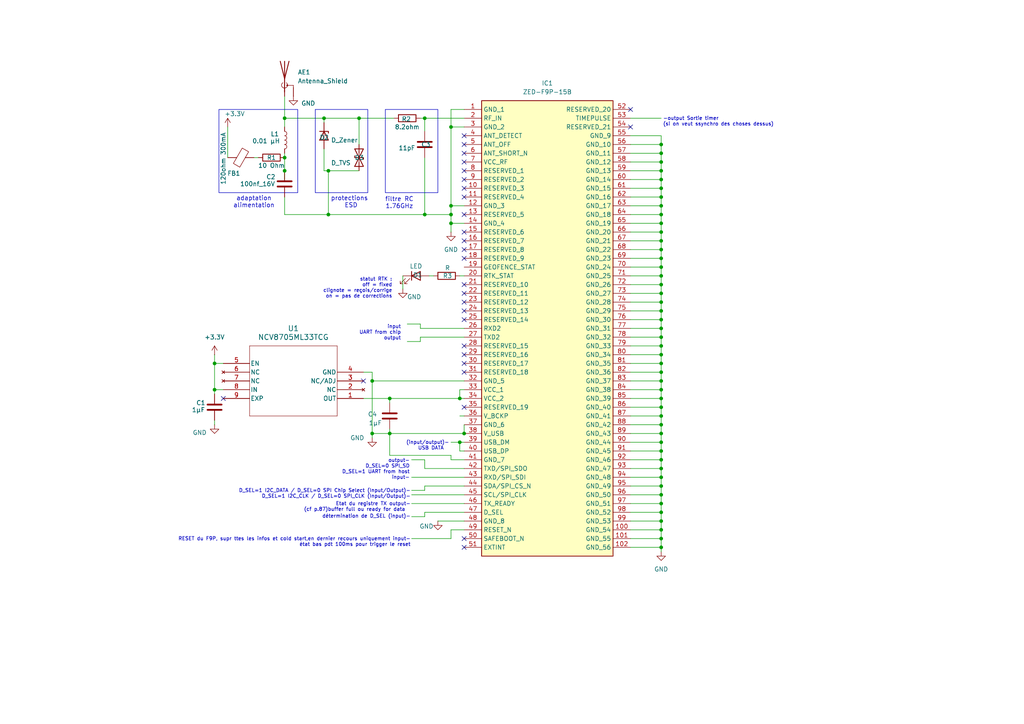
<source format=kicad_sch>
(kicad_sch (version 20231120) (generator "eeschema") (generator_version "8.0")
  (paper "A4")
  (lib_symbols
    (symbol "Device:Antenna_Shield" (pin_numbers hide) (pin_names (offset 1.016) hide)
      (property "Reference" "AE" (at -1.905 4.445 0))
      (property "Value" "Antenna_Shield" (at -1.905 2.54 0))
      (symbol "Antenna_Shield_0_1"
        (arc (start -0.508 -1.143) (mid -0.8429 -2.1194) (end 0 -2.667))
        (arc (start 0 -2.667) (mid 0.7989 -2.1052) (end 0.508 -1.143))
        (polyline (pts (xy 0 -2.54) (xy 0 0)))
        (polyline (pts (xy 0 5.08) (xy 0 -3.81)) (stroke (width 0.254)))
        (polyline (pts (xy 0.762 -1.905) (xy 2.54 -1.905)))
        (polyline (pts (xy 2.54 -2.54) (xy 2.54 -1.905)))
        (polyline (pts (xy 1.27 5.08) (xy 0 0) (xy -1.27 5.08)) (stroke (width 0.254)))
        (circle (center 0.762 -1.905) (radius 0.1778) (fill (type outline)))
      )
      (symbol "Antenna_Shield_1_1"
        (pin input line (at 0 -5.08 90) (length 2.54) (name "A") (number "1"))
        (pin input line (at 2.54 -5.08 90) (length 2.54) (name "Shield") (number "2"))
      )
    )
    (symbol "Device:C" (pin_numbers hide) (pin_names (offset 0.254))
      (property "Reference" "C" (at 0.635 2.54 0))
      (property "Value" "C" (at 0.635 -2.54 0))
      (symbol "C_0_1"
        (polyline (pts (xy -2.032 -0.762) (xy 2.032 -0.762)) (stroke (width 0.508)))
        (polyline (pts (xy -2.032 0.762) (xy 2.032 0.762)) (stroke (width 0.508)))
      )
      (symbol "C_1_1"
        (pin passive line (at 0 3.81 270) (length 2.794) (name "~") (number "1"))
        (pin passive line (at 0 -3.81 90) (length 2.794) (name "~") (number "2"))
      )
    )
    (symbol "Device:D_TVS" (pin_numbers hide) (pin_names (offset 1.016) hide)
      (property "Reference" "D" (at 0 2.54 0))
      (property "Value" "D_TVS" (at 0 -2.54 0))
      (symbol "D_TVS_0_1"
        (polyline (pts (xy 1.27 0) (xy -1.27 0)))
        (polyline (pts (xy 0.508 1.27) (xy 0 1.27) (xy 0 -1.27) (xy -0.508 -1.27)) (stroke (width 0.254)))
        (polyline (pts (xy -2.54 1.27) (xy -2.54 -1.27) (xy 2.54 1.27) (xy 2.54 -1.27) (xy -2.54 1.27)) (stroke (width 0.254)))
      )
      (symbol "D_TVS_1_1"
        (pin passive line (at -3.81 0 0) (length 2.54) (name "A1") (number "1"))
        (pin passive line (at 3.81 0 180) (length 2.54) (name "A2") (number "2"))
      )
    )
    (symbol "Device:D_Zener" (pin_numbers hide) (pin_names (offset 1.016) hide)
      (property "Reference" "D" (at 0 2.54 0))
      (property "Value" "D_Zener" (at 0 -2.54 0))
      (symbol "D_Zener_0_1"
        (polyline (pts (xy 1.27 0) (xy -1.27 0)))
        (polyline (pts (xy -1.27 -1.27) (xy -1.27 1.27) (xy -0.762 1.27)) (stroke (width 0.254)))
        (polyline (pts (xy 1.27 -1.27) (xy 1.27 1.27) (xy -1.27 0) (xy 1.27 -1.27)) (stroke (width 0.254)))
      )
      (symbol "D_Zener_1_1"
        (pin passive line (at -3.81 0 0) (length 2.54) (name "K") (number "1"))
        (pin passive line (at 3.81 0 180) (length 2.54) (name "A") (number "2"))
      )
    )
    (symbol "Device:FerriteBead" (pin_numbers hide) (pin_names (offset 0))
      (property "Reference" "FB" (at -3.81 0.635 90))
      (property "Value" "FerriteBead" (at 3.81 0 90))
      (symbol "FerriteBead_0_1"
        (polyline (pts (xy 0 -1.27) (xy 0 -1.2192)))
        (polyline (pts (xy 0 1.27) (xy 0 1.2954)))
        (polyline (pts (xy -2.7686 0.4064) (xy -1.7018 2.2606) (xy 2.7686 -0.3048) (xy 1.6764 -2.159) (xy -2.7686 0.4064)))
      )
      (symbol "FerriteBead_1_1"
        (pin passive line (at 0 3.81 270) (length 2.54) (name "~") (number "1"))
        (pin passive line (at 0 -3.81 90) (length 2.54) (name "~") (number "2"))
      )
    )
    (symbol "Device:L" (pin_numbers hide) (pin_names (offset 1.016) hide)
      (property "Reference" "L" (at -1.27 0 90))
      (property "Value" "L" (at 1.905 0 90))
      (symbol "L_0_1"
        (arc (start 0 -2.54) (mid 0.6323 -1.905) (end 0 -1.27))
        (arc (start 0 -1.27) (mid 0.6323 -0.635) (end 0 0))
        (arc (start 0 0) (mid 0.6323 0.635) (end 0 1.27))
        (arc (start 0 1.27) (mid 0.6323 1.905) (end 0 2.54))
      )
      (symbol "L_1_1"
        (pin passive line (at 0 3.81 270) (length 1.27) (name "1") (number "1"))
        (pin passive line (at 0 -3.81 90) (length 1.27) (name "2") (number "2"))
      )
    )
    (symbol "Device:LED" (pin_numbers hide) (pin_names (offset 1.016) hide)
      (property "Reference" "D" (at 0 2.54 0))
      (property "Value" "LED" (at 0 -2.54 0))
      (symbol "LED_0_1"
        (polyline (pts (xy -1.27 -1.27) (xy -1.27 1.27)) (stroke (width 0.254)))
        (polyline (pts (xy -1.27 0) (xy 1.27 0)))
        (polyline (pts (xy 1.27 -1.27) (xy 1.27 1.27) (xy -1.27 0) (xy 1.27 -1.27)) (stroke (width 0.254)))
        (polyline (pts (xy -3.048 -0.762) (xy -4.572 -2.286) (xy -3.81 -2.286) (xy -4.572 -2.286) (xy -4.572 -1.524)))
        (polyline (pts (xy -1.778 -0.762) (xy -3.302 -2.286) (xy -2.54 -2.286) (xy -3.302 -2.286) (xy -3.302 -1.524)))
      )
      (symbol "LED_1_1"
        (pin passive line (at -3.81 0 0) (length 2.54) (name "K") (number "1"))
        (pin passive line (at 3.81 0 180) (length 2.54) (name "A") (number "2"))
      )
    )
    (symbol "Device:R" (pin_numbers hide) (pin_names (offset 0))
      (property "Reference" "R" (at 2.032 0 90))
      (property "Value" "R" (at 0 0 90))
      (symbol "R_0_1"
        (rectangle (start -1.016 -2.54) (end 1.016 2.54) (stroke (width 0.254)))
      )
      (symbol "R_1_1"
        (pin passive line (at 0 3.81 270) (length 1.27) (name "~") (number "1"))
        (pin passive line (at 0 -3.81 90) (length 1.27) (name "~") (number "2"))
      )
    )
    (symbol "Voltage regulator:NCV8705ML33TCG" (pin_names (offset 0.254))
      (property "Reference" "U" (at 20.32 10.16 0))
      (property "Value" "NCV8705ML33TCG" (at 20.32 7.62 0))
      (symbol "NCV8705ML33TCG_0_1"
        (polyline (pts (xy 7.62 -15.24) (xy 33.02 -15.24)) (stroke (width 0.127)))
        (polyline (pts (xy 7.62 5.08) (xy 7.62 -15.24)) (stroke (width 0.127)))
        (polyline (pts (xy 33.02 -15.24) (xy 33.02 5.08)) (stroke (width 0.127)))
        (polyline (pts (xy 33.02 5.08) (xy 7.62 5.08)) (stroke (width 0.127)))
        (pin output line (at 0 0 0) (length 7.62) (name "OUT") (number "1"))
        (pin no_connect line (at 0 -2.54 0) (length 7.62) (name "NC") (number "2"))
        (pin unspecified line (at 0 -5.08 0) (length 7.62) (name "NC/ADJ") (number "3"))
        (pin power_out line (at 0 -7.62 0) (length 7.62) (name "GND") (number "4"))
        (pin unspecified line (at 40.64 -10.16 180) (length 7.62) (name "EN") (number "5"))
        (pin no_connect line (at 40.64 -7.62 180) (length 7.62) (name "NC") (number "6"))
        (pin no_connect line (at 40.64 -5.08 180) (length 7.62) (name "NC") (number "7"))
        (pin input line (at 40.64 -2.54 180) (length 7.62) (name "IN") (number "8"))
        (pin power_out line (at 40.64 0 180) (length 7.62) (name "EXP") (number "9"))
      )
    )
    (symbol "ZED-F9P-15B:ZED-F9P-15B"
      (property "Reference" "IC" (at 44.45 7.62 0))
      (property "Value" "ZED-F9P-15B" (at 44.45 5.08 0))
      (symbol "ZED-F9P-15B_1_1"
        (rectangle (start 5.08 2.54) (end 43.18 -129.54) (stroke (width 0.254)) (fill (type background)))
        (pin passive line (at 0 0 0) (length 5.08) (name "GND_1") (number "1"))
        (pin passive line (at 0 -22.86 0) (length 5.08) (name "RESERVED_3") (number "10"))
        (pin passive line (at 48.26 -121.92 180) (length 5.08) (name "GND_54") (number "100"))
        (pin passive line (at 48.26 -124.46 180) (length 5.08) (name "GND_55") (number "101"))
        (pin passive line (at 48.26 -127 180) (length 5.08) (name "GND_56") (number "102"))
        (pin passive line (at 0 -25.4 0) (length 5.08) (name "RESERVED_4") (number "11"))
        (pin passive line (at 0 -27.94 0) (length 5.08) (name "GND_3") (number "12"))
        (pin passive line (at 0 -30.48 0) (length 5.08) (name "RESERVED_5") (number "13"))
        (pin passive line (at 0 -33.02 0) (length 5.08) (name "GND_4") (number "14"))
        (pin passive line (at 0 -35.56 0) (length 5.08) (name "RESERVED_6") (number "15"))
        (pin passive line (at 0 -38.1 0) (length 5.08) (name "RESERVED_7") (number "16"))
        (pin passive line (at 0 -40.64 0) (length 5.08) (name "RESERVED_8") (number "17"))
        (pin passive line (at 0 -43.18 0) (length 5.08) (name "RESERVED_9") (number "18"))
        (pin passive line (at 0 -45.72 0) (length 5.08) (name "GEOFENCE_STAT") (number "19"))
        (pin passive line (at 0 -2.54 0) (length 5.08) (name "RF_IN") (number "2"))
        (pin passive line (at 0 -48.26 0) (length 5.08) (name "RTK_STAT") (number "20"))
        (pin passive line (at 0 -50.8 0) (length 5.08) (name "RESERVED_10") (number "21"))
        (pin passive line (at 0 -53.34 0) (length 5.08) (name "RESERVED_11") (number "22"))
        (pin passive line (at 0 -55.88 0) (length 5.08) (name "RESERVED_12") (number "23"))
        (pin passive line (at 0 -58.42 0) (length 5.08) (name "RESERVED_13") (number "24"))
        (pin passive line (at 0 -60.96 0) (length 5.08) (name "RESERVED_14") (number "25"))
        (pin passive line (at 0 -63.5 0) (length 5.08) (name "RXD2") (number "26"))
        (pin passive line (at 0 -66.04 0) (length 5.08) (name "TXD2") (number "27"))
        (pin passive line (at 0 -68.58 0) (length 5.08) (name "RESERVED_15") (number "28"))
        (pin passive line (at 0 -71.12 0) (length 5.08) (name "RESERVED_16") (number "29"))
        (pin passive line (at 0 -5.08 0) (length 5.08) (name "GND_2") (number "3"))
        (pin passive line (at 0 -73.66 0) (length 5.08) (name "RESERVED_17") (number "30"))
        (pin passive line (at 0 -76.2 0) (length 5.08) (name "RESERVED_18") (number "31"))
        (pin passive line (at 0 -78.74 0) (length 5.08) (name "GND_5") (number "32"))
        (pin passive line (at 0 -81.28 0) (length 5.08) (name "VCC_1") (number "33"))
        (pin passive line (at 0 -83.82 0) (length 5.08) (name "VCC_2") (number "34"))
        (pin passive line (at 0 -86.36 0) (length 5.08) (name "RESERVED_19") (number "35"))
        (pin passive line (at 0 -88.9 0) (length 5.08) (name "V_BCKP") (number "36"))
        (pin passive line (at 0 -91.44 0) (length 5.08) (name "GND_6") (number "37"))
        (pin passive line (at 0 -93.98 0) (length 5.08) (name "V_USB") (number "38"))
        (pin passive line (at 0 -96.52 0) (length 5.08) (name "USB_DM") (number "39"))
        (pin passive line (at 0 -7.62 0) (length 5.08) (name "ANT_DETECT") (number "4"))
        (pin passive line (at 0 -99.06 0) (length 5.08) (name "USB_DP") (number "40"))
        (pin passive line (at 0 -101.6 0) (length 5.08) (name "GND_7") (number "41"))
        (pin passive line (at 0 -104.14 0) (length 5.08) (name "TXD/SPI_SDO") (number "42"))
        (pin passive line (at 0 -106.68 0) (length 5.08) (name "RXD/SPI_SDI") (number "43"))
        (pin passive line (at 0 -109.22 0) (length 5.08) (name "SDA/SPI_CS_N") (number "44"))
        (pin passive line (at 0 -111.76 0) (length 5.08) (name "SCL/SPI_CLK") (number "45"))
        (pin passive line (at 0 -114.3 0) (length 5.08) (name "TX_READY") (number "46"))
        (pin passive line (at 0 -116.84 0) (length 5.08) (name "D_SEL") (number "47"))
        (pin passive line (at 0 -119.38 0) (length 5.08) (name "GND_8") (number "48"))
        (pin passive line (at 0 -121.92 0) (length 5.08) (name "RESET_N") (number "49"))
        (pin passive line (at 0 -10.16 0) (length 5.08) (name "ANT_OFF") (number "5"))
        (pin passive line (at 0 -124.46 0) (length 5.08) (name "SAFEBOOT_N") (number "50"))
        (pin passive line (at 0 -127 0) (length 5.08) (name "EXTINT") (number "51"))
        (pin passive line (at 48.26 0 180) (length 5.08) (name "RESERVED_20") (number "52"))
        (pin passive line (at 48.26 -2.54 180) (length 5.08) (name "TIMEPULSE") (number "53"))
        (pin passive line (at 48.26 -5.08 180) (length 5.08) (name "RESERVED_21") (number "54"))
        (pin passive line (at 48.26 -7.62 180) (length 5.08) (name "GND_9") (number "55"))
        (pin passive line (at 48.26 -10.16 180) (length 5.08) (name "GND_10") (number "56"))
        (pin passive line (at 48.26 -12.7 180) (length 5.08) (name "GND_11") (number "57"))
        (pin passive line (at 48.26 -15.24 180) (length 5.08) (name "GND_12") (number "58"))
        (pin passive line (at 48.26 -17.78 180) (length 5.08) (name "GND_13") (number "59"))
        (pin passive line (at 0 -12.7 0) (length 5.08) (name "ANT_SHORT_N") (number "6"))
        (pin passive line (at 48.26 -20.32 180) (length 5.08) (name "GND_14") (number "60"))
        (pin passive line (at 48.26 -22.86 180) (length 5.08) (name "GND_15") (number "61"))
        (pin passive line (at 48.26 -25.4 180) (length 5.08) (name "GND_16") (number "62"))
        (pin passive line (at 48.26 -27.94 180) (length 5.08) (name "GND_17") (number "63"))
        (pin passive line (at 48.26 -30.48 180) (length 5.08) (name "GND_18") (number "64"))
        (pin passive line (at 48.26 -33.02 180) (length 5.08) (name "GND_19") (number "65"))
        (pin passive line (at 48.26 -35.56 180) (length 5.08) (name "GND_20") (number "66"))
        (pin passive line (at 48.26 -38.1 180) (length 5.08) (name "GND_21") (number "67"))
        (pin passive line (at 48.26 -40.64 180) (length 5.08) (name "GND_22") (number "68"))
        (pin passive line (at 48.26 -43.18 180) (length 5.08) (name "GND_23") (number "69"))
        (pin passive line (at 0 -15.24 0) (length 5.08) (name "VCC_RF") (number "7"))
        (pin passive line (at 48.26 -45.72 180) (length 5.08) (name "GND_24") (number "70"))
        (pin passive line (at 48.26 -48.26 180) (length 5.08) (name "GND_25") (number "71"))
        (pin passive line (at 48.26 -50.8 180) (length 5.08) (name "GND_26") (number "72"))
        (pin passive line (at 48.26 -53.34 180) (length 5.08) (name "GND_27") (number "73"))
        (pin passive line (at 48.26 -55.88 180) (length 5.08) (name "GND_28") (number "74"))
        (pin passive line (at 48.26 -58.42 180) (length 5.08) (name "GND_29") (number "75"))
        (pin passive line (at 48.26 -60.96 180) (length 5.08) (name "GND_30") (number "76"))
        (pin passive line (at 48.26 -63.5 180) (length 5.08) (name "GND_31") (number "77"))
        (pin passive line (at 48.26 -66.04 180) (length 5.08) (name "GND_32") (number "78"))
        (pin passive line (at 48.26 -68.58 180) (length 5.08) (name "GND_33") (number "79"))
        (pin passive line (at 0 -17.78 0) (length 5.08) (name "RESERVED_1") (number "8"))
        (pin passive line (at 48.26 -71.12 180) (length 5.08) (name "GND_34") (number "80"))
        (pin passive line (at 48.26 -73.66 180) (length 5.08) (name "GND_35") (number "81"))
        (pin passive line (at 48.26 -76.2 180) (length 5.08) (name "GND_36") (number "82"))
        (pin passive line (at 48.26 -78.74 180) (length 5.08) (name "GND_37") (number "83"))
        (pin passive line (at 48.26 -81.28 180) (length 5.08) (name "GND_38") (number "84"))
        (pin passive line (at 48.26 -83.82 180) (length 5.08) (name "GND_39") (number "85"))
        (pin passive line (at 48.26 -86.36 180) (length 5.08) (name "GND_40") (number "86"))
        (pin passive line (at 48.26 -88.9 180) (length 5.08) (name "GND_41") (number "87"))
        (pin passive line (at 48.26 -91.44 180) (length 5.08) (name "GND_42") (number "88"))
        (pin passive line (at 48.26 -93.98 180) (length 5.08) (name "GND_43") (number "89"))
        (pin passive line (at 0 -20.32 0) (length 5.08) (name "RESERVED_2") (number "9"))
        (pin passive line (at 48.26 -96.52 180) (length 5.08) (name "GND_44") (number "90"))
        (pin passive line (at 48.26 -99.06 180) (length 5.08) (name "GND_45") (number "91"))
        (pin passive line (at 48.26 -101.6 180) (length 5.08) (name "GND_46") (number "92"))
        (pin passive line (at 48.26 -104.14 180) (length 5.08) (name "GND_47") (number "93"))
        (pin passive line (at 48.26 -106.68 180) (length 5.08) (name "GND_48") (number "94"))
        (pin passive line (at 48.26 -109.22 180) (length 5.08) (name "GND_49") (number "95"))
        (pin passive line (at 48.26 -111.76 180) (length 5.08) (name "GND_50") (number "96"))
        (pin passive line (at 48.26 -114.3 180) (length 5.08) (name "GND_51") (number "97"))
        (pin passive line (at 48.26 -116.84 180) (length 5.08) (name "GND_52") (number "98"))
        (pin passive line (at 48.26 -119.38 180) (length 5.08) (name "GND_53") (number "99"))
      )
    )
    (symbol "power:+3.3V" (power) (pin_numbers hide) (pin_names (offset 0) hide)
      (property "Value" "+3.3V" (at 0 3.556 0))
      (symbol "+3.3V_0_1"
        (polyline (pts (xy -0.762 1.27) (xy 0 2.54)))
        (polyline (pts (xy 0 0) (xy 0 2.54)))
        (polyline (pts (xy 0 2.54) (xy 0.762 1.27)))
      )
      (symbol "+3.3V_1_1"
        (pin power_in line (at 0 0 90) (length 0) (name "~") (number "1"))
      )
    )
    (symbol "power:+5V" (power) (pin_numbers hide) (pin_names (offset 0) hide)
      (property "Value" "+5V" (at 0 3.556 0))
      (symbol "+5V_0_1"
        (polyline (pts (xy -0.762 1.27) (xy 0 2.54)))
        (polyline (pts (xy 0 0) (xy 0 2.54)))
        (polyline (pts (xy 0 2.54) (xy 0.762 1.27)))
      )
      (symbol "+5V_1_1"
        (pin power_in line (at 0 0 90) (length 0) (name "~") (number "1"))
      )
    )
    (symbol "power:GND" (power) (pin_numbers hide) (pin_names (offset 0) hide)
      (property "Value" "GND" (at 0 -3.81 0))
      (symbol "GND_0_1"
        (polyline (pts (xy 0 0) (xy 0 -1.27) (xy 1.27 -1.27) (xy 0 -2.54) (xy -1.27 -1.27) (xy 0 -1.27)))
      )
      (symbol "GND_1_1"
        (pin power_in line (at 0 0 270) (length 0) (name "~") (number "1"))
      )
    )
  )
  (junction (at 191.77 120.65))
  (junction (at 95.25 62.23))
  (junction (at 134.62 125.73))
  (junction (at 191.77 125.73))
  (junction (at 191.77 72.39))
  (junction (at 82.55 49.53))
  (junction (at 191.77 133.35))
  (junction (at 191.77 138.43))
  (junction (at 191.77 107.95))
  (junction (at 191.77 49.53))
  (junction (at 191.77 46.99))
  (junction (at 191.77 77.47))
  (junction (at 191.77 100.33))
  (junction (at 191.77 64.77))
  (junction (at 191.77 41.91))
  (junction (at 191.77 130.81))
  (junction (at 191.77 135.89))
  (junction (at 191.77 151.13))
  (junction (at 191.77 146.05))
  (junction (at 191.77 102.87))
  (junction (at 191.77 62.23))
  (junction (at 191.77 113.03))
  (junction (at 191.77 105.41))
  (junction (at 191.77 82.55))
  (junction (at 191.77 69.85))
  (junction (at 82.55 45.72))
  (junction (at 113.03 115.57))
  (junction (at 133.35 128.27))
  (junction (at 107.95 110.49))
  (junction (at 191.77 52.07))
  (junction (at 191.77 87.63))
  (junction (at 130.81 62.23))
  (junction (at 130.81 59.69))
  (junction (at 62.23 105.41))
  (junction (at 191.77 143.51))
  (junction (at 130.81 64.77))
  (junction (at 133.35 115.57))
  (junction (at 191.77 44.45))
  (junction (at 191.77 158.75))
  (junction (at 123.19 34.29))
  (junction (at 93.98 34.29))
  (junction (at 191.77 74.93))
  (junction (at 191.77 85.09))
  (junction (at 107.95 125.73))
  (junction (at 191.77 140.97))
  (junction (at 191.77 57.15))
  (junction (at 191.77 115.57))
  (junction (at 191.77 97.79))
  (junction (at 82.55 34.29))
  (junction (at 130.81 36.83))
  (junction (at 191.77 67.31))
  (junction (at 191.77 54.61))
  (junction (at 123.19 62.23))
  (junction (at 191.77 80.01))
  (junction (at 95.25 49.53))
  (junction (at 191.77 128.27))
  (junction (at 191.77 92.71))
  (junction (at 191.77 59.69))
  (junction (at 191.77 90.17))
  (junction (at 191.77 110.49))
  (junction (at 191.77 148.59))
  (junction (at 104.14 34.29))
  (junction (at 62.23 113.03))
  (junction (at 191.77 118.11))
  (junction (at 113.03 125.73))
  (junction (at 191.77 153.67))
  (junction (at 191.77 95.25))
  (junction (at 191.77 156.21))
  (junction (at 191.77 123.19))
  (no_connect (at 134.62 41.91))
  (no_connect (at 105.41 110.49))
  (no_connect (at 134.62 74.93))
  (no_connect (at 134.62 49.53))
  (no_connect (at 182.88 36.83))
  (no_connect (at 134.62 46.99))
  (no_connect (at 134.62 105.41))
  (no_connect (at 134.62 82.55))
  (no_connect (at 134.62 90.17))
  (no_connect (at 134.62 107.95))
  (no_connect (at 134.62 156.21))
  (no_connect (at 134.62 87.63))
  (no_connect (at 134.62 54.61))
  (no_connect (at 182.88 31.75))
  (no_connect (at 134.62 158.75))
  (no_connect (at 134.62 72.39))
  (no_connect (at 134.62 44.45))
  (no_connect (at 134.62 39.37))
  (no_connect (at 134.62 92.71))
  (no_connect (at 134.62 118.11))
  (no_connect (at 134.62 102.87))
  (no_connect (at 134.62 69.85))
  (no_connect (at 134.62 100.33))
  (no_connect (at 134.62 67.31))
  (no_connect (at 134.62 62.23))
  (no_connect (at 64.77 115.57))
  (no_connect (at 134.62 85.09))
  (no_connect (at 134.62 52.07))
  (no_connect (at 134.62 57.15))
  (wire (pts (xy 191.77 158.75) (xy 182.88 158.75)))
  (wire (pts (xy 82.55 62.23) (xy 82.55 57.15)))
  (wire (pts (xy 130.81 133.35) (xy 130.81 132.08)))
  (wire (pts (xy 191.77 102.87) (xy 182.88 102.87)))
  (wire (pts (xy 134.62 123.19) (xy 134.62 125.73)))
  (wire (pts (xy 191.77 115.57) (xy 182.88 115.57)))
  (wire (pts (xy 191.77 110.49) (xy 191.77 113.03)))
  (wire (pts (xy 191.77 123.19) (xy 191.77 125.73)))
  (wire (pts (xy 116.84 83.82) (xy 116.84 80.01)))
  (wire (pts (xy 191.77 143.51) (xy 182.88 143.51)))
  (wire (pts (xy 130.81 59.69) (xy 130.81 62.23)))
  (wire (pts (xy 191.77 90.17) (xy 191.77 92.71)))
  (wire (pts (xy 191.77 118.11) (xy 191.77 120.65)))
  (wire (pts (xy 191.77 69.85) (xy 191.77 72.39)))
  (wire (pts (xy 191.77 49.53) (xy 191.77 52.07)))
  (wire (pts (xy 191.77 57.15) (xy 191.77 59.69)))
  (wire (pts (xy 191.77 146.05) (xy 191.77 148.59)))
  (wire (pts (xy 191.77 100.33) (xy 182.88 100.33)))
  (wire (pts (xy 191.77 148.59) (xy 191.77 151.13)))
  (wire (pts (xy 191.77 128.27) (xy 182.88 128.27)))
  (wire (pts (xy 191.77 158.75) (xy 191.77 160.02)))
  (wire (pts (xy 191.77 146.05) (xy 182.88 146.05)))
  (wire (pts (xy 191.77 153.67) (xy 191.77 156.21)))
  (wire (pts (xy 191.77 110.49) (xy 182.88 110.49)))
  (wire (pts (xy 123.19 62.23) (xy 130.81 62.23)))
  (wire (pts (xy 191.77 97.79) (xy 191.77 100.33)))
  (wire (pts (xy 133.35 120.65) (xy 134.62 120.65)))
  (wire (pts (xy 191.77 148.59) (xy 182.88 148.59)))
  (wire (pts (xy 62.23 102.87) (xy 62.23 105.41)))
  (wire (pts (xy 191.77 107.95) (xy 182.88 107.95)))
  (wire (pts (xy 191.77 74.93) (xy 191.77 77.47)))
  (wire (pts (xy 133.35 115.57) (xy 133.35 113.03)))
  (wire (pts (xy 62.23 105.41) (xy 64.77 105.41)))
  (wire (pts (xy 191.77 128.27) (xy 191.77 130.81)))
  (wire (pts (xy 191.77 102.87) (xy 191.77 105.41)))
  (wire (pts (xy 107.95 110.49) (xy 107.95 125.73)))
  (wire (pts (xy 73.66 45.72) (xy 74.93 45.72)))
  (wire (pts (xy 191.77 67.31) (xy 182.88 67.31)))
  (wire (pts (xy 82.55 34.29) (xy 82.55 36.83)))
  (wire (pts (xy 127 151.13) (xy 134.62 151.13)))
  (wire (pts (xy 134.62 64.77) (xy 130.81 64.77)))
  (wire (pts (xy 133.35 128.27) (xy 133.35 130.81)))
  (wire (pts (xy 93.98 35.56) (xy 93.98 34.29)))
  (wire (pts (xy 123.19 148.59) (xy 123.19 149.86)))
  (wire (pts (xy 82.55 49.53) (xy 82.55 52.07)))
  (wire (pts (xy 113.03 115.57) (xy 113.03 116.84)))
  (wire (pts (xy 191.77 120.65) (xy 191.77 123.19)))
  (wire (pts (xy 107.95 127) (xy 107.95 125.73)))
  (wire (pts (xy 134.62 95.25) (xy 121.92 95.25)))
  (wire (pts (xy 191.77 87.63) (xy 191.77 90.17)))
  (wire (pts (xy 191.77 113.03) (xy 191.77 115.57)))
  (wire (pts (xy 191.77 62.23) (xy 191.77 64.77)))
  (wire (pts (xy 191.77 59.69) (xy 191.77 62.23)))
  (wire (pts (xy 191.77 39.37) (xy 182.88 39.37)))
  (wire (pts (xy 130.81 128.27) (xy 133.35 128.27)))
  (wire (pts (xy 130.81 59.69) (xy 134.62 59.69)))
  (wire (pts (xy 133.35 128.27) (xy 134.62 128.27)))
  (wire (pts (xy 191.77 135.89) (xy 191.77 138.43)))
  (wire (pts (xy 191.77 95.25) (xy 182.88 95.25)))
  (wire (pts (xy 130.81 132.08) (xy 113.03 132.08)))
  (wire (pts (xy 95.25 49.53) (xy 104.14 49.53)))
  (wire (pts (xy 119.38 138.43) (xy 134.62 138.43)))
  (wire (pts (xy 95.25 62.23) (xy 95.25 49.53)))
  (wire (pts (xy 82.55 45.72) (xy 82.55 49.53)))
  (wire (pts (xy 119.38 133.35) (xy 123.19 133.35)))
  (wire (pts (xy 191.77 52.07) (xy 182.88 52.07)))
  (wire (pts (xy 191.77 115.57) (xy 191.77 118.11)))
  (wire (pts (xy 191.77 72.39) (xy 182.88 72.39)))
  (wire (pts (xy 123.19 45.72) (xy 123.19 62.23)))
  (wire (pts (xy 191.77 80.01) (xy 191.77 82.55)))
  (wire (pts (xy 124.46 80.01) (xy 125.73 80.01)))
  (wire (pts (xy 134.62 97.79) (xy 121.92 97.79)))
  (wire (pts (xy 191.77 80.01) (xy 182.88 80.01)))
  (wire (pts (xy 107.95 107.95) (xy 107.95 110.49)))
  (wire (pts (xy 191.77 54.61) (xy 191.77 57.15)))
  (wire (pts (xy 191.77 69.85) (xy 182.88 69.85)))
  (wire (pts (xy 130.81 153.67) (xy 134.62 153.67)))
  (wire (pts (xy 191.77 85.09) (xy 191.77 87.63)))
  (wire (pts (xy 82.55 45.72) (xy 82.55 44.45)))
  (wire (pts (xy 107.95 110.49) (xy 134.62 110.49)))
  (wire (pts (xy 130.81 64.77) (xy 130.81 67.31)))
  (wire (pts (xy 191.77 105.41) (xy 182.88 105.41)))
  (wire (pts (xy 130.81 36.83) (xy 130.81 59.69)))
  (wire (pts (xy 121.92 95.25) (xy 121.92 93.98)))
  (wire (pts (xy 82.55 27.94) (xy 82.55 34.29)))
  (wire (pts (xy 121.92 34.29) (xy 123.19 34.29)))
  (wire (pts (xy 133.35 115.57) (xy 134.62 115.57)))
  (wire (pts (xy 191.77 49.53) (xy 182.88 49.53)))
  (wire (pts (xy 191.77 125.73) (xy 182.88 125.73)))
  (wire (pts (xy 191.77 52.07) (xy 191.77 54.61)))
  (wire (pts (xy 118.11 93.98) (xy 121.92 93.98)))
  (wire (pts (xy 191.77 105.41) (xy 191.77 107.95)))
  (wire (pts (xy 191.77 135.89) (xy 182.88 135.89)))
  (wire (pts (xy 191.77 118.11) (xy 182.88 118.11)))
  (wire (pts (xy 130.81 31.75) (xy 134.62 31.75)))
  (wire (pts (xy 191.77 77.47) (xy 191.77 80.01)))
  (wire (pts (xy 191.77 97.79) (xy 182.88 97.79)))
  (wire (pts (xy 123.19 140.97) (xy 123.19 142.24)))
  (wire (pts (xy 191.77 123.19) (xy 182.88 123.19)))
  (wire (pts (xy 130.81 31.75) (xy 130.81 36.83)))
  (wire (pts (xy 123.19 34.29) (xy 134.62 34.29)))
  (wire (pts (xy 191.77 90.17) (xy 182.88 90.17)))
  (wire (pts (xy 134.62 140.97) (xy 123.19 140.97)))
  (wire (pts (xy 191.77 130.81) (xy 191.77 133.35)))
  (wire (pts (xy 93.98 34.29) (xy 104.14 34.29)))
  (wire (pts (xy 105.41 115.57) (xy 113.03 115.57)))
  (wire (pts (xy 191.77 151.13) (xy 191.77 153.67)))
  (wire (pts (xy 191.77 72.39) (xy 191.77 74.93)))
  (wire (pts (xy 191.77 107.95) (xy 191.77 110.49)))
  (wire (pts (xy 191.77 156.21) (xy 191.77 158.75)))
  (wire (pts (xy 82.55 62.23) (xy 95.25 62.23)))
  (wire (pts (xy 191.77 54.61) (xy 182.88 54.61)))
  (wire (pts (xy 104.14 34.29) (xy 114.3 34.29)))
  (wire (pts (xy 134.62 135.89) (xy 123.19 135.89)))
  (wire (pts (xy 123.19 62.23) (xy 95.25 62.23)))
  (wire (pts (xy 119.38 142.24) (xy 123.19 142.24)))
  (wire (pts (xy 191.77 62.23) (xy 182.88 62.23)))
  (wire (pts (xy 62.23 113.03) (xy 62.23 114.3)))
  (wire (pts (xy 134.62 36.83) (xy 130.81 36.83)))
  (wire (pts (xy 130.81 153.67) (xy 130.81 156.21)))
  (wire (pts (xy 113.03 125.73) (xy 134.62 125.73)))
  (wire (pts (xy 191.77 87.63) (xy 182.88 87.63)))
  (wire (pts (xy 107.95 125.73) (xy 113.03 125.73)))
  (wire (pts (xy 191.77 41.91) (xy 182.88 41.91)))
  (wire (pts (xy 191.77 125.73) (xy 191.77 128.27)))
  (wire (pts (xy 133.35 113.03) (xy 134.62 113.03)))
  (wire (pts (xy 191.77 138.43) (xy 182.88 138.43)))
  (wire (pts (xy 191.77 39.37) (xy 191.77 41.91)))
  (wire (pts (xy 119.38 146.05) (xy 134.62 146.05)))
  (wire (pts (xy 82.55 34.29) (xy 93.98 34.29)))
  (wire (pts (xy 191.77 133.35) (xy 191.77 135.89)))
  (wire (pts (xy 191.77 44.45) (xy 191.77 46.99)))
  (wire (pts (xy 118.11 99.06) (xy 121.92 99.06)))
  (wire (pts (xy 104.14 34.29) (xy 104.14 41.91)))
  (wire (pts (xy 133.35 80.01) (xy 134.62 80.01)))
  (wire (pts (xy 191.77 59.69) (xy 182.88 59.69)))
  (wire (pts (xy 191.77 85.09) (xy 182.88 85.09)))
  (wire (pts (xy 191.77 156.21) (xy 182.88 156.21)))
  (wire (pts (xy 191.77 143.51) (xy 191.77 146.05)))
  (wire (pts (xy 93.98 49.53) (xy 95.25 49.53)))
  (wire (pts (xy 191.77 57.15) (xy 182.88 57.15)))
  (wire (pts (xy 191.77 82.55) (xy 191.77 85.09)))
  (wire (pts (xy 191.77 120.65) (xy 182.88 120.65)))
  (wire (pts (xy 191.77 74.93) (xy 182.88 74.93)))
  (wire (pts (xy 191.77 95.25) (xy 191.77 97.79)))
  (wire (pts (xy 113.03 115.57) (xy 133.35 115.57)))
  (wire (pts (xy 191.77 41.91) (xy 191.77 44.45)))
  (wire (pts (xy 93.98 49.53) (xy 93.98 43.18)))
  (wire (pts (xy 134.62 133.35) (xy 130.81 133.35)))
  (wire (pts (xy 119.38 143.51) (xy 134.62 143.51)))
  (wire (pts (xy 113.03 124.46) (xy 113.03 125.73)))
  (wire (pts (xy 191.77 151.13) (xy 182.88 151.13)))
  (wire (pts (xy 123.19 135.89) (xy 123.19 133.35)))
  (wire (pts (xy 123.19 148.59) (xy 134.62 148.59)))
  (wire (pts (xy 191.77 130.81) (xy 182.88 130.81)))
  (wire (pts (xy 191.77 64.77) (xy 191.77 67.31)))
  (wire (pts (xy 123.19 34.29) (xy 123.19 38.1)))
  (wire (pts (xy 191.77 140.97) (xy 191.77 143.51)))
  (wire (pts (xy 62.23 113.03) (xy 62.23 105.41)))
  (wire (pts (xy 113.03 132.08) (xy 113.03 125.73)))
  (wire (pts (xy 191.77 46.99) (xy 182.88 46.99)))
  (wire (pts (xy 191.77 92.71) (xy 182.88 92.71)))
  (wire (pts (xy 191.77 138.43) (xy 191.77 140.97)))
  (wire (pts (xy 191.77 44.45) (xy 182.88 44.45)))
  (wire (pts (xy 191.77 82.55) (xy 182.88 82.55)))
  (wire (pts (xy 105.41 107.95) (xy 107.95 107.95)))
  (wire (pts (xy 119.38 149.86) (xy 123.19 149.86)))
  (wire (pts (xy 191.77 133.35) (xy 182.88 133.35)))
  (wire (pts (xy 191.77 113.03) (xy 182.88 113.03)))
  (wire (pts (xy 191.77 64.77) (xy 182.88 64.77)))
  (wire (pts (xy 119.38 156.21) (xy 130.81 156.21)))
  (wire (pts (xy 191.77 46.99) (xy 191.77 49.53)))
  (wire (pts (xy 191.77 67.31) (xy 191.77 69.85)))
  (wire (pts (xy 130.81 62.23) (xy 130.81 64.77)))
  (wire (pts (xy 191.77 77.47) (xy 182.88 77.47)))
  (wire (pts (xy 66.04 36.83) (xy 66.04 45.72)))
  (wire (pts (xy 182.88 34.29) (xy 191.77 34.29)))
  (wire (pts (xy 121.92 97.79) (xy 121.92 99.06)))
  (wire (pts (xy 191.77 153.67) (xy 182.88 153.67)))
  (wire (pts (xy 191.77 140.97) (xy 182.88 140.97)))
  (wire (pts (xy 62.23 113.03) (xy 64.77 113.03)))
  (wire (pts (xy 191.77 100.33) (xy 191.77 102.87)))
  (wire (pts (xy 134.62 130.81) (xy 133.35 130.81)))
  (wire (pts (xy 62.23 121.92) (xy 62.23 123.19)))
  (wire (pts (xy 191.77 92.71) (xy 191.77 95.25)))
  (rectangle (start 111.76 31.75) (end 127 55.88))
  (rectangle (start 91.44 31.75) (end 106.68 55.88))
  (rectangle (start 63.5 31.75) (end 86.36 55.88))
  (text "RESET du F9P, supr ttes les infos et cold start,en dernier recours uniquement input-\nétat bas pdt 100ms pour trigger le reset" (at 119.126 157.226 0) (effects (font (size 1.016 1.016)) (justify right)))
  (text "(input/output)-\nUSB DATA  " (at 130.302 129.286 0) (effects (font (size 1.016 1.016)) (justify right)))
  (text "filtre RC\n1.76GHz" (at 115.824 58.928 0) (effects (font (size 1.27 1.27))))
  (text "D_SEL=1 I2C_DATA / D_SEL=0 SPI Chip Select (Input/Output)-\nD_SEL=1 I2C_CLK / D_SEL=0 SPI_CLK (Input/Output)-" (at 119.126 143.256 0) (effects (font (size 1.016 1.016)) (justify right)))
  (text "-output Sortie timer\n(si on veut ssynchro des choses dessus)" (at 192.278 35.306 0) (effects (font (size 1.016 1.016)) (justify left)))
  (text "protections\n ESD\n" (at 101.346 58.674 0) (effects (font (size 1.27 1.27))))
  (text "input\nUART from chip\noutput" (at 116.332 96.52 0) (effects (font (size 1.016 1.016)) (justify right)))
  (text "statut RTK :\noff = fixed\nclignote = reçois/corrige\non = pas de corrections" (at 113.792 83.566 0) (effects (font (size 1.016 1.016)) (justify right)))
  (text "Etat du registre TX output-\n(cf p.87)buffer full ou ready for data  " (at 119.126 147.066 0) (effects (font (size 1.016 1.016)) (justify right)))
  (text "output-\nD_SEL=0 SPI_SD\nD_SEL=1 UART from host\ninput-" (at 118.872 136.144 0) (effects (font (size 1.016 1.016)) (justify right)))
  (text "détermination de D_SEL (input)-" (at 119.126 149.86 0) (effects (font (size 1.016 1.016)) (justify right)))
  (text "adaptation\nalimentation" (at 73.66 58.674 0) (effects (font (size 1.27 1.27))))
  (symbol (lib_id "Device:R") (at 129.54 80.01 90) (unit 1)
    (property "Reference" "R3" (at 129.794 80.01 90))
    (property "Value" "R" (at 129.794 77.724 90))
    (property "Description" "Resistor" (effects (hide yes)))
  )
  (symbol (lib_id "power:GND") (at 116.84 83.82 0) (unit 1)
    (property "Reference" "#PWR02" (effects (hide yes)))
    (property "Value" "GND" (at 120.142 86.106 0))
    (property "Description" "Power symbol creates a global label with name \"GND\" , ground" (effects (hide yes)))
  )
  (symbol (lib_id "Device:R") (at 118.11 34.29 90) (unit 1)
    (property "Reference" "R2" (at 117.856 34.544 90))
    (property "Value" "8.2ohm" (at 118.11 36.83 90))
    (property "Description" "Resistor" (effects (hide yes)))
  )
  (symbol (lib_id "ZED-F9P-15B:ZED-F9P-15B") (at 134.62 31.75 0) (unit 1)
    (property "Reference" "IC1" (at 158.75 24.13 0))
    (property "Value" "ZED-F9P-15B" (at 158.75 26.67 0))
    (property "Footprint" "RF_GPS:ublox_ZED" (effects (hide yes)))
    (property "Datasheet" "https://content.u-blox.com/sites/default/files/documents/ZED-F9P-15B_DataSheet_UBX-23009090.pdf" (effects (hide yes)))
    (property "Description" "GNSS / GPS Modules u-blox F9 dual band L1/L5 GNSS module high precision Professional Grade LGA, 16x12 mm, 250 pcs/reel" (effects (hide yes)))
    (property "Height" "2.6" (effects (hide yes)))
    (property "Mouser Part Number" "377-ZED-F9P-15B" (effects (hide yes)))
    (property "Mouser Price/Stock" "https://www.mouser.co.uk/ProductDetail/u-blox/ZED-F9P-15B?qs=17ckDYBRdenfRLiwqzv37w%3D%3D" (effects (hide yes)))
    (property "Manufacturer_Name" "u-blox" (effects (hide yes)))
    (property "Manufacturer_Part_Number" "ZED-F9P-15B" (effects (hide yes)))
  )
  (symbol (lib_id "Device:L") (at 82.55 40.64 0) (unit 1)
    (property "Reference" "L1" (at 78.486 38.862 0) (effects (justify left)))
    (property "Value" "0.01 µH" (at 73.152 40.894 0) (effects (justify left)))
    (property "Description" "Inductor" (effects (hide yes)))
  )
  (symbol (lib_id "Device:Antenna_Shield") (at 82.55 22.86 0) (unit 1)
    (property "Reference" "AE1" (at 86.36 20.9549 0) (effects (justify left)))
    (property "Value" "Antenna_Shield" (at 86.36 23.4949 0) (effects (justify left)))
    (property "Description" "Antenna with extra pin for shielding" (effects (hide yes)))
  )
  (symbol (lib_id "Device:C") (at 82.55 53.34 0) (unit 1)
    (property "Reference" "C2" (at 77.216 51.308 0) (effects (justify left)))
    (property "Value" "100nf_16V" (at 69.596 53.34 0) (effects (justify left)))
    (property "Description" "Unpolarized capacitor" (effects (hide yes)))
  )
  (symbol (lib_id "power:GND") (at 130.81 67.31 0) (unit 1)
    (property "Reference" "#PWR03" (effects (hide yes)))
    (property "Value" "GND" (at 130.81 72.39 0))
    (property "Description" "Power symbol creates a global label with name \"GND\" , ground" (effects (hide yes)))
  )
  (symbol (lib_id "power:GND") (at 127 151.13 0) (unit 1)
    (property "Reference" "#PWR08" (effects (hide yes)))
    (property "Value" "GND" (at 123.698 152.654 0))
    (property "Description" "Power symbol creates a global label with name \"GND\" , ground" (effects (hide yes)))
  )
  (symbol (lib_id "Device:C") (at 62.23 118.11 0) (unit 1)
    (property "Reference" "C1" (at 56.896 116.84 0) (effects (justify left)))
    (property "Value" "1µF" (at 55.626 118.872 0) (effects (justify left)))
    (property "Footprint" "Capacitor_SMD:C_0201_0603Metric" (effects (hide yes)))
    (property "Description" "Unpolarized capacitor" (effects (hide yes)))
  )
  (symbol (lib_id "Voltage regulator:NCV8705ML33TCG") (at 105.41 115.57 180) (unit 1)
    (property "Reference" "U1" (at 85.09 95.25 0) (effects (font (size 1.524 1.524))))
    (property "Value" "NCV8705ML33TCG" (at 85.09 97.79 0) (effects (font (size 1.524 1.524))))
    (property "Footprint" "DFNW8-3x3_ONS" (effects (hide yes)))
    (property "Datasheet" "NCV8705ML33TCG" (effects (hide yes)))
  )
  (symbol (lib_id "Device:R") (at 78.74 45.72 90) (unit 1)
    (property "Reference" "R1" (at 78.74 45.72 90))
    (property "Value" "10 Ohm" (at 78.74 48.006 90))
    (property "Description" "Resistor" (effects (hide yes)))
  )
  (symbol (lib_id "Device:C") (at 113.03 120.65 0) (unit 1)
    (property "Reference" "C4" (at 106.68 120.142 0) (effects (justify left)))
    (property "Value" "1µF" (at 106.934 122.682 0) (effects (justify left)))
    (property "Footprint" "Capacitor_SMD:C_0201_0603Metric" (effects (hide yes)))
    (property "Description" "Unpolarized capacitor" (effects (hide yes)))
  )
  (symbol (lib_id "Device:C") (at 123.19 41.91 0) (unit 1)
    (property "Reference" "C3" (at 122.174 41.91 0) (effects (justify left)))
    (property "Value" "11pF" (at 115.57 42.926 0) (effects (justify left)))
    (property "Description" "Unpolarized capacitor" (effects (hide yes)))
  )
  (symbol (lib_id "power:GND") (at 107.95 127 0) (unit 1)
    (property "Reference" "#PWR09" (effects (hide yes)))
    (property "Value" "GND" (at 103.632 127 0))
    (property "Description" "Power symbol creates a global label with name \"GND\" , ground" (effects (hide yes)))
  )
  (symbol (lib_id "power:+3.3V") (at 62.23 102.87 0) (unit 1)
    (property "Reference" "#PWR05" (effects (hide yes)))
    (property "Value" "+3.3V" (at 62.23 97.79 0))
    (property "Description" "Power symbol creates a global label with name \"+3.3V\"" (effects (hide yes)))
  )
  (symbol (lib_id "Device:D_TVS") (at 104.14 45.72 90) (unit 1)
    (property "Reference" "D3" (at 102.87 45.72 90) (effects (justify right)))
    (property "Value" "D_TVS" (at 96.012 47.244 90) (effects (justify right)))
    (property "Description" "Bidirectional transient-voltage-suppression diode" (effects (hide yes)))
  )
  (symbol (lib_id "power:GND") (at 191.77 160.02 0) (unit 1)
    (property "Reference" "#PWR01" (effects (hide yes)))
    (property "Value" "GND" (at 191.77 165.1 0))
    (property "Description" "Power symbol creates a global label with name \"GND\" , ground" (effects (hide yes)))
  )
  (symbol (lib_id "Device:LED") (at 120.65 80.01 0) (unit 1)
    (property "Reference" "D1" (at 121.158 79.756 0))
    (property "Value" "LED" (at 120.65 77.216 0))
    (property "Description" "Light emitting diode" (effects (hide yes)))
  )
  (symbol (lib_id "power:GND") (at 85.09 27.94 0) (unit 1)
    (property "Reference" "#PWR06" (effects (hide yes)))
    (property "Value" "GND" (at 89.408 29.972 0))
    (property "Description" "Power symbol creates a global label with name \"GND\" , ground" (effects (hide yes)))
  )
  (symbol (lib_id "Device:FerriteBead") (at 69.85 45.72 270) (unit 1)
    (property "Reference" "FB1" (at 67.818 50.292 90))
    (property "Value" "120ohm 300mA" (at 64.77 45.974 0))
    (property "Description" "Ferrite bead" (effects (hide yes)))
  )
  (symbol (lib_id "power:GND") (at 62.23 123.19 0) (unit 1)
    (property "Reference" "#PWR07" (effects (hide yes)))
    (property "Value" "GND" (at 57.912 125.476 0))
    (property "Description" "Power symbol creates a global label with name \"GND\" , ground" (effects (hide yes)))
  )
  (symbol (lib_id "power:+5V") (at 66.04 36.83 0) (unit 1)
    (property "Reference" "#PWR04" (effects (hide yes)))
    (property "Value" "+3.3V" (at 68.072 33.02 0))
    (property "Description" "Power symbol creates a global label with name \"+5V\"" (effects (hide yes)))
  )
  (symbol (lib_id "Device:D_Zener") (at 93.98 39.37 270) (unit 1)
    (property "Reference" "D2" (at 92.71 39.878 90) (effects (justify left)))
    (property "Value" "D_Zener" (at 96.012 40.64 90) (effects (justify left)))
    (property "Description" "Zener diode" (effects (hide yes)))
  )
)
</source>
